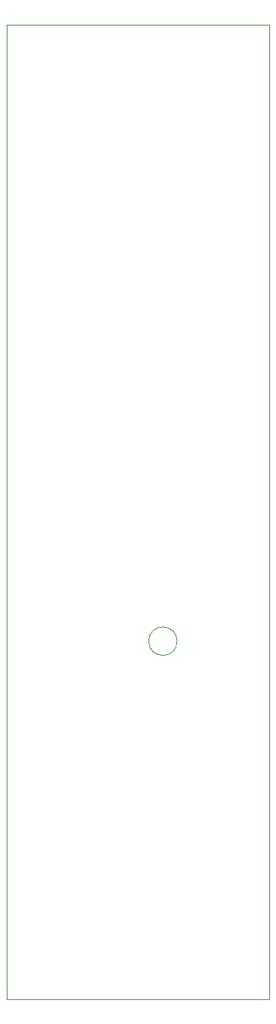
<source format=gbr>
%TF.GenerationSoftware,KiCad,Pcbnew,6.0.11-2627ca5db0~126~ubuntu22.04.1*%
%TF.CreationDate,2023-07-26T01:24:55+03:00*%
%TF.ProjectId,gtoe,67746f65-2e6b-4696-9361-645f70636258,rev?*%
%TF.SameCoordinates,Original*%
%TF.FileFunction,Profile,NP*%
%FSLAX46Y46*%
G04 Gerber Fmt 4.6, Leading zero omitted, Abs format (unit mm)*
G04 Created by KiCad (PCBNEW 6.0.11-2627ca5db0~126~ubuntu22.04.1) date 2023-07-26 01:24:55*
%MOMM*%
%LPD*%
G01*
G04 APERTURE LIST*
%TA.AperFunction,Profile*%
%ADD10C,0.100000*%
%TD*%
G04 APERTURE END LIST*
D10*
X100000000Y-40000000D02*
X129600000Y-40000000D01*
X129600000Y-40000000D02*
X129600000Y-150000000D01*
X129600000Y-150000000D02*
X100000000Y-150000000D01*
X100000000Y-150000000D02*
X100000000Y-40000000D01*
X119200000Y-109600000D02*
G75*
G03*
X119200000Y-109600000I-1600000J0D01*
G01*
M02*

</source>
